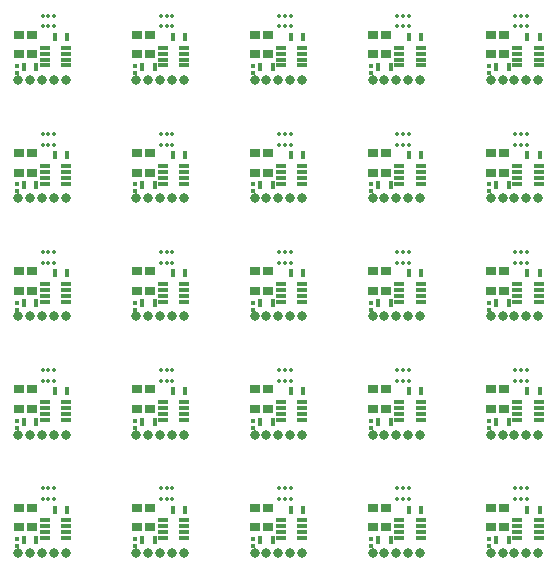
<source format=gbs>
G75*
%MOIN*%
%OFA0B0*%
%FSLAX25Y25*%
%IPPOS*%
%LPD*%
%AMOC8*
5,1,8,0,0,1.08239X$1,22.5*
%
%ADD10C,0.01381*%
%ADD11R,0.01775X0.01381*%
%ADD12R,0.01775X0.02562*%
%ADD13C,0.03153*%
%ADD14R,0.03350X0.01381*%
%ADD15R,0.03743X0.02956*%
D10*
X0058087Y0058677D03*
X0060055Y0058677D03*
X0062024Y0058677D03*
X0062024Y0062220D03*
X0060055Y0062220D03*
X0058087Y0062220D03*
X0058087Y0098047D03*
X0060055Y0098047D03*
X0062024Y0098047D03*
X0062024Y0101591D03*
X0060055Y0101591D03*
X0058087Y0101591D03*
X0058087Y0137417D03*
X0060055Y0137417D03*
X0062024Y0137417D03*
X0062024Y0140961D03*
X0060055Y0140961D03*
X0058087Y0140961D03*
X0058087Y0176787D03*
X0060055Y0176787D03*
X0062024Y0176787D03*
X0062024Y0180331D03*
X0060055Y0180331D03*
X0058087Y0180331D03*
X0058087Y0216157D03*
X0060055Y0216157D03*
X0062024Y0216157D03*
X0062024Y0219701D03*
X0060055Y0219701D03*
X0058087Y0219701D03*
X0097457Y0219701D03*
X0099425Y0219701D03*
X0101394Y0219701D03*
X0101394Y0216157D03*
X0099425Y0216157D03*
X0097457Y0216157D03*
X0097457Y0180331D03*
X0099425Y0180331D03*
X0101394Y0180331D03*
X0101394Y0176787D03*
X0099425Y0176787D03*
X0097457Y0176787D03*
X0097457Y0140961D03*
X0099425Y0140961D03*
X0101394Y0140961D03*
X0101394Y0137417D03*
X0099425Y0137417D03*
X0097457Y0137417D03*
X0097457Y0101591D03*
X0099425Y0101591D03*
X0101394Y0101591D03*
X0101394Y0098047D03*
X0099425Y0098047D03*
X0097457Y0098047D03*
X0097457Y0062220D03*
X0099425Y0062220D03*
X0101394Y0062220D03*
X0101394Y0058677D03*
X0099425Y0058677D03*
X0097457Y0058677D03*
X0136827Y0058677D03*
X0138795Y0058677D03*
X0140764Y0058677D03*
X0140764Y0062220D03*
X0138795Y0062220D03*
X0136827Y0062220D03*
X0136827Y0098047D03*
X0138795Y0098047D03*
X0140764Y0098047D03*
X0140764Y0101591D03*
X0138795Y0101591D03*
X0136827Y0101591D03*
X0136827Y0137417D03*
X0138795Y0137417D03*
X0140764Y0137417D03*
X0140764Y0140961D03*
X0138795Y0140961D03*
X0136827Y0140961D03*
X0136827Y0176787D03*
X0138795Y0176787D03*
X0140764Y0176787D03*
X0140764Y0180331D03*
X0138795Y0180331D03*
X0136827Y0180331D03*
X0136827Y0216157D03*
X0138795Y0216157D03*
X0140764Y0216157D03*
X0140764Y0219701D03*
X0138795Y0219701D03*
X0136827Y0219701D03*
X0176197Y0219701D03*
X0178165Y0219701D03*
X0180134Y0219701D03*
X0180134Y0216157D03*
X0178165Y0216157D03*
X0176197Y0216157D03*
X0176197Y0180331D03*
X0178165Y0180331D03*
X0180134Y0180331D03*
X0180134Y0176787D03*
X0178165Y0176787D03*
X0176197Y0176787D03*
X0176197Y0140961D03*
X0178165Y0140961D03*
X0180134Y0140961D03*
X0180134Y0137417D03*
X0178165Y0137417D03*
X0176197Y0137417D03*
X0176197Y0101591D03*
X0178165Y0101591D03*
X0180134Y0101591D03*
X0180134Y0098047D03*
X0178165Y0098047D03*
X0176197Y0098047D03*
X0176197Y0062220D03*
X0178165Y0062220D03*
X0180134Y0062220D03*
X0180134Y0058677D03*
X0178165Y0058677D03*
X0176197Y0058677D03*
X0215567Y0058677D03*
X0217535Y0058677D03*
X0219504Y0058677D03*
X0219504Y0062220D03*
X0217535Y0062220D03*
X0215567Y0062220D03*
X0215567Y0098047D03*
X0217535Y0098047D03*
X0219504Y0098047D03*
X0219504Y0101591D03*
X0217535Y0101591D03*
X0215567Y0101591D03*
X0215567Y0137417D03*
X0217535Y0137417D03*
X0219504Y0137417D03*
X0219504Y0140961D03*
X0217535Y0140961D03*
X0215567Y0140961D03*
X0215567Y0176787D03*
X0217535Y0176787D03*
X0219504Y0176787D03*
X0219504Y0180331D03*
X0217535Y0180331D03*
X0215567Y0180331D03*
X0215567Y0216157D03*
X0217535Y0216157D03*
X0219504Y0216157D03*
X0219504Y0219701D03*
X0217535Y0219701D03*
X0215567Y0219701D03*
D11*
X0206945Y0202890D03*
X0206945Y0200528D03*
X0206945Y0163520D03*
X0206945Y0161157D03*
X0167575Y0161157D03*
X0167575Y0163520D03*
X0167575Y0200528D03*
X0167575Y0202890D03*
X0128205Y0202890D03*
X0128205Y0200528D03*
X0128205Y0163520D03*
X0128205Y0161157D03*
X0088835Y0161157D03*
X0088835Y0163520D03*
X0088835Y0200528D03*
X0088835Y0202890D03*
X0049465Y0202890D03*
X0049465Y0200528D03*
X0049465Y0163520D03*
X0049465Y0161157D03*
X0049465Y0124150D03*
X0049465Y0121787D03*
X0049465Y0084780D03*
X0049465Y0082417D03*
X0088835Y0082417D03*
X0088835Y0084780D03*
X0088835Y0121787D03*
X0088835Y0124150D03*
X0128205Y0124150D03*
X0128205Y0121787D03*
X0128205Y0084780D03*
X0128205Y0082417D03*
X0128205Y0045409D03*
X0128205Y0043047D03*
X0088835Y0043047D03*
X0088835Y0045409D03*
X0049465Y0045409D03*
X0049465Y0043047D03*
X0167575Y0043047D03*
X0167575Y0045409D03*
X0206945Y0045409D03*
X0206945Y0043047D03*
X0206945Y0082417D03*
X0206945Y0084780D03*
X0206945Y0121787D03*
X0206945Y0124150D03*
X0167575Y0124150D03*
X0167575Y0121787D03*
X0167575Y0084780D03*
X0167575Y0082417D03*
D12*
X0169963Y0084465D03*
X0174163Y0084465D03*
X0180199Y0094504D03*
X0184399Y0094504D03*
X0209333Y0084465D03*
X0213533Y0084465D03*
X0219569Y0094504D03*
X0223769Y0094504D03*
X0213533Y0123835D03*
X0209333Y0123835D03*
X0219569Y0133874D03*
X0223769Y0133874D03*
X0213533Y0163205D03*
X0209333Y0163205D03*
X0219569Y0173244D03*
X0223769Y0173244D03*
X0213533Y0202575D03*
X0209333Y0202575D03*
X0219569Y0212614D03*
X0223769Y0212614D03*
X0184399Y0212614D03*
X0180199Y0212614D03*
X0174163Y0202575D03*
X0169963Y0202575D03*
X0145029Y0212614D03*
X0140829Y0212614D03*
X0134793Y0202575D03*
X0130593Y0202575D03*
X0105659Y0212614D03*
X0101459Y0212614D03*
X0095423Y0202575D03*
X0091223Y0202575D03*
X0066289Y0212614D03*
X0062089Y0212614D03*
X0056053Y0202575D03*
X0051853Y0202575D03*
X0062089Y0173244D03*
X0066289Y0173244D03*
X0056053Y0163205D03*
X0051853Y0163205D03*
X0062089Y0133874D03*
X0066289Y0133874D03*
X0056053Y0123835D03*
X0051853Y0123835D03*
X0062089Y0094504D03*
X0066289Y0094504D03*
X0056053Y0084465D03*
X0051853Y0084465D03*
X0062089Y0055134D03*
X0066289Y0055134D03*
X0056053Y0045094D03*
X0051853Y0045094D03*
X0091223Y0045094D03*
X0095423Y0045094D03*
X0101459Y0055134D03*
X0105659Y0055134D03*
X0130593Y0045094D03*
X0134793Y0045094D03*
X0140829Y0055134D03*
X0145029Y0055134D03*
X0169963Y0045094D03*
X0174163Y0045094D03*
X0180199Y0055134D03*
X0184399Y0055134D03*
X0209333Y0045094D03*
X0213533Y0045094D03*
X0219569Y0055134D03*
X0223769Y0055134D03*
X0174163Y0123835D03*
X0169963Y0123835D03*
X0180199Y0133874D03*
X0184399Y0133874D03*
X0174163Y0163205D03*
X0169963Y0163205D03*
X0180199Y0173244D03*
X0184399Y0173244D03*
X0145029Y0173244D03*
X0140829Y0173244D03*
X0134793Y0163205D03*
X0130593Y0163205D03*
X0105659Y0173244D03*
X0101459Y0173244D03*
X0095423Y0163205D03*
X0091223Y0163205D03*
X0101459Y0133874D03*
X0105659Y0133874D03*
X0095423Y0123835D03*
X0091223Y0123835D03*
X0101459Y0094504D03*
X0105659Y0094504D03*
X0095423Y0084465D03*
X0091223Y0084465D03*
X0130593Y0084465D03*
X0134793Y0084465D03*
X0140829Y0094504D03*
X0145029Y0094504D03*
X0134793Y0123835D03*
X0130593Y0123835D03*
X0140829Y0133874D03*
X0145029Y0133874D03*
D13*
X0050016Y0040764D03*
X0053953Y0040764D03*
X0057890Y0040764D03*
X0061827Y0040764D03*
X0065764Y0040764D03*
X0089386Y0040764D03*
X0093323Y0040764D03*
X0097260Y0040764D03*
X0101197Y0040764D03*
X0105134Y0040764D03*
X0128756Y0040764D03*
X0132693Y0040764D03*
X0136630Y0040764D03*
X0140567Y0040764D03*
X0144504Y0040764D03*
X0168126Y0040764D03*
X0172063Y0040764D03*
X0176000Y0040764D03*
X0179937Y0040764D03*
X0183874Y0040764D03*
X0207496Y0040764D03*
X0211433Y0040764D03*
X0215370Y0040764D03*
X0219307Y0040764D03*
X0223244Y0040764D03*
X0223244Y0080134D03*
X0219307Y0080134D03*
X0215370Y0080134D03*
X0211433Y0080134D03*
X0207496Y0080134D03*
X0183874Y0080134D03*
X0179937Y0080134D03*
X0176000Y0080134D03*
X0172063Y0080134D03*
X0168126Y0080134D03*
X0144504Y0080134D03*
X0140567Y0080134D03*
X0136630Y0080134D03*
X0132693Y0080134D03*
X0128756Y0080134D03*
X0105134Y0080134D03*
X0101197Y0080134D03*
X0097260Y0080134D03*
X0093323Y0080134D03*
X0089386Y0080134D03*
X0065764Y0080134D03*
X0061827Y0080134D03*
X0057890Y0080134D03*
X0053953Y0080134D03*
X0050016Y0080134D03*
X0050016Y0119504D03*
X0053953Y0119504D03*
X0057890Y0119504D03*
X0061827Y0119504D03*
X0065764Y0119504D03*
X0089386Y0119504D03*
X0093323Y0119504D03*
X0097260Y0119504D03*
X0101197Y0119504D03*
X0105134Y0119504D03*
X0128756Y0119504D03*
X0132693Y0119504D03*
X0136630Y0119504D03*
X0140567Y0119504D03*
X0144504Y0119504D03*
X0168126Y0119504D03*
X0172063Y0119504D03*
X0176000Y0119504D03*
X0179937Y0119504D03*
X0183874Y0119504D03*
X0207496Y0119504D03*
X0211433Y0119504D03*
X0215370Y0119504D03*
X0219307Y0119504D03*
X0223244Y0119504D03*
X0223244Y0158874D03*
X0219307Y0158874D03*
X0215370Y0158874D03*
X0211433Y0158874D03*
X0207496Y0158874D03*
X0183874Y0158874D03*
X0179937Y0158874D03*
X0176000Y0158874D03*
X0172063Y0158874D03*
X0168126Y0158874D03*
X0144504Y0158874D03*
X0140567Y0158874D03*
X0136630Y0158874D03*
X0132693Y0158874D03*
X0128756Y0158874D03*
X0105134Y0158874D03*
X0101197Y0158874D03*
X0097260Y0158874D03*
X0093323Y0158874D03*
X0089386Y0158874D03*
X0065764Y0158874D03*
X0061827Y0158874D03*
X0057890Y0158874D03*
X0053953Y0158874D03*
X0050016Y0158874D03*
X0050016Y0198244D03*
X0053953Y0198244D03*
X0057890Y0198244D03*
X0061827Y0198244D03*
X0065764Y0198244D03*
X0089386Y0198244D03*
X0093323Y0198244D03*
X0097260Y0198244D03*
X0101197Y0198244D03*
X0105134Y0198244D03*
X0128756Y0198244D03*
X0132693Y0198244D03*
X0136630Y0198244D03*
X0140567Y0198244D03*
X0144504Y0198244D03*
X0168126Y0198244D03*
X0172063Y0198244D03*
X0176000Y0198244D03*
X0179937Y0198244D03*
X0183874Y0198244D03*
X0207496Y0198244D03*
X0211433Y0198244D03*
X0215370Y0198244D03*
X0219307Y0198244D03*
X0223244Y0198244D03*
D14*
X0223480Y0203165D03*
X0223480Y0205134D03*
X0223480Y0207102D03*
X0223480Y0209071D03*
X0216315Y0209071D03*
X0216315Y0207102D03*
X0216315Y0205134D03*
X0216315Y0203165D03*
X0184110Y0203165D03*
X0184110Y0205134D03*
X0184110Y0207102D03*
X0184110Y0209071D03*
X0176945Y0209071D03*
X0176945Y0207102D03*
X0176945Y0205134D03*
X0176945Y0203165D03*
X0144740Y0203165D03*
X0144740Y0205134D03*
X0144740Y0207102D03*
X0144740Y0209071D03*
X0137575Y0209071D03*
X0137575Y0207102D03*
X0137575Y0205134D03*
X0137575Y0203165D03*
X0105370Y0203165D03*
X0105370Y0205134D03*
X0105370Y0207102D03*
X0105370Y0209071D03*
X0098205Y0209071D03*
X0098205Y0207102D03*
X0098205Y0205134D03*
X0098205Y0203165D03*
X0066000Y0203165D03*
X0066000Y0205134D03*
X0066000Y0207102D03*
X0066000Y0209071D03*
X0058835Y0209071D03*
X0058835Y0207102D03*
X0058835Y0205134D03*
X0058835Y0203165D03*
X0058835Y0169701D03*
X0058835Y0167732D03*
X0058835Y0165764D03*
X0058835Y0163795D03*
X0066000Y0163795D03*
X0066000Y0165764D03*
X0066000Y0167732D03*
X0066000Y0169701D03*
X0098205Y0169701D03*
X0098205Y0167732D03*
X0098205Y0165764D03*
X0098205Y0163795D03*
X0105370Y0163795D03*
X0105370Y0165764D03*
X0105370Y0167732D03*
X0105370Y0169701D03*
X0137575Y0169701D03*
X0137575Y0167732D03*
X0137575Y0165764D03*
X0137575Y0163795D03*
X0144740Y0163795D03*
X0144740Y0165764D03*
X0144740Y0167732D03*
X0144740Y0169701D03*
X0176945Y0169701D03*
X0176945Y0167732D03*
X0176945Y0165764D03*
X0176945Y0163795D03*
X0184110Y0163795D03*
X0184110Y0165764D03*
X0184110Y0167732D03*
X0184110Y0169701D03*
X0216315Y0169701D03*
X0216315Y0167732D03*
X0216315Y0165764D03*
X0216315Y0163795D03*
X0223480Y0163795D03*
X0223480Y0165764D03*
X0223480Y0167732D03*
X0223480Y0169701D03*
X0223480Y0130331D03*
X0223480Y0128362D03*
X0223480Y0126394D03*
X0223480Y0124425D03*
X0216315Y0124425D03*
X0216315Y0126394D03*
X0216315Y0128362D03*
X0216315Y0130331D03*
X0184110Y0130331D03*
X0184110Y0128362D03*
X0184110Y0126394D03*
X0184110Y0124425D03*
X0176945Y0124425D03*
X0176945Y0126394D03*
X0176945Y0128362D03*
X0176945Y0130331D03*
X0144740Y0130331D03*
X0144740Y0128362D03*
X0144740Y0126394D03*
X0144740Y0124425D03*
X0137575Y0124425D03*
X0137575Y0126394D03*
X0137575Y0128362D03*
X0137575Y0130331D03*
X0105370Y0130331D03*
X0105370Y0128362D03*
X0105370Y0126394D03*
X0105370Y0124425D03*
X0098205Y0124425D03*
X0098205Y0126394D03*
X0098205Y0128362D03*
X0098205Y0130331D03*
X0066000Y0130331D03*
X0066000Y0128362D03*
X0066000Y0126394D03*
X0066000Y0124425D03*
X0058835Y0124425D03*
X0058835Y0126394D03*
X0058835Y0128362D03*
X0058835Y0130331D03*
X0058835Y0090961D03*
X0058835Y0088992D03*
X0058835Y0087024D03*
X0058835Y0085055D03*
X0066000Y0085055D03*
X0066000Y0087024D03*
X0066000Y0088992D03*
X0066000Y0090961D03*
X0098205Y0090961D03*
X0098205Y0088992D03*
X0098205Y0087024D03*
X0098205Y0085055D03*
X0105370Y0085055D03*
X0105370Y0087024D03*
X0105370Y0088992D03*
X0105370Y0090961D03*
X0137575Y0090961D03*
X0137575Y0088992D03*
X0137575Y0087024D03*
X0137575Y0085055D03*
X0144740Y0085055D03*
X0144740Y0087024D03*
X0144740Y0088992D03*
X0144740Y0090961D03*
X0176945Y0090961D03*
X0176945Y0088992D03*
X0176945Y0087024D03*
X0176945Y0085055D03*
X0184110Y0085055D03*
X0184110Y0087024D03*
X0184110Y0088992D03*
X0184110Y0090961D03*
X0216315Y0090961D03*
X0216315Y0088992D03*
X0216315Y0087024D03*
X0216315Y0085055D03*
X0223480Y0085055D03*
X0223480Y0087024D03*
X0223480Y0088992D03*
X0223480Y0090961D03*
X0223480Y0051591D03*
X0223480Y0049622D03*
X0223480Y0047654D03*
X0223480Y0045685D03*
X0216315Y0045685D03*
X0216315Y0047654D03*
X0216315Y0049622D03*
X0216315Y0051591D03*
X0184110Y0051591D03*
X0184110Y0049622D03*
X0184110Y0047654D03*
X0184110Y0045685D03*
X0176945Y0045685D03*
X0176945Y0047654D03*
X0176945Y0049622D03*
X0176945Y0051591D03*
X0144740Y0051591D03*
X0144740Y0049622D03*
X0144740Y0047654D03*
X0144740Y0045685D03*
X0137575Y0045685D03*
X0137575Y0047654D03*
X0137575Y0049622D03*
X0137575Y0051591D03*
X0105370Y0051591D03*
X0105370Y0049622D03*
X0105370Y0047654D03*
X0105370Y0045685D03*
X0098205Y0045685D03*
X0098205Y0047654D03*
X0098205Y0049622D03*
X0098205Y0051591D03*
X0066000Y0051591D03*
X0066000Y0049622D03*
X0066000Y0047654D03*
X0066000Y0045685D03*
X0058835Y0045685D03*
X0058835Y0047654D03*
X0058835Y0049622D03*
X0058835Y0051591D03*
D15*
X0054543Y0049346D03*
X0050213Y0049346D03*
X0050213Y0055803D03*
X0054543Y0055803D03*
X0054543Y0088717D03*
X0050213Y0088717D03*
X0050213Y0095173D03*
X0054543Y0095173D03*
X0054543Y0128087D03*
X0050213Y0128087D03*
X0050213Y0134543D03*
X0054543Y0134543D03*
X0054543Y0167457D03*
X0050213Y0167457D03*
X0050213Y0173913D03*
X0054543Y0173913D03*
X0054543Y0206827D03*
X0050213Y0206827D03*
X0050213Y0213283D03*
X0054543Y0213283D03*
X0089583Y0213283D03*
X0093913Y0213283D03*
X0093913Y0206827D03*
X0089583Y0206827D03*
X0089583Y0173913D03*
X0093913Y0173913D03*
X0093913Y0167457D03*
X0089583Y0167457D03*
X0089583Y0134543D03*
X0093913Y0134543D03*
X0093913Y0128087D03*
X0089583Y0128087D03*
X0089583Y0095173D03*
X0093913Y0095173D03*
X0093913Y0088717D03*
X0089583Y0088717D03*
X0089583Y0055803D03*
X0093913Y0055803D03*
X0093913Y0049346D03*
X0089583Y0049346D03*
X0128953Y0049346D03*
X0133283Y0049346D03*
X0133283Y0055803D03*
X0128953Y0055803D03*
X0128953Y0088717D03*
X0133283Y0088717D03*
X0133283Y0095173D03*
X0128953Y0095173D03*
X0128953Y0128087D03*
X0133283Y0128087D03*
X0133283Y0134543D03*
X0128953Y0134543D03*
X0128953Y0167457D03*
X0133283Y0167457D03*
X0133283Y0173913D03*
X0128953Y0173913D03*
X0128953Y0206827D03*
X0133283Y0206827D03*
X0133283Y0213283D03*
X0128953Y0213283D03*
X0168323Y0213283D03*
X0172654Y0213283D03*
X0172654Y0206827D03*
X0168323Y0206827D03*
X0168323Y0173913D03*
X0172654Y0173913D03*
X0172654Y0167457D03*
X0168323Y0167457D03*
X0168323Y0134543D03*
X0172654Y0134543D03*
X0172654Y0128087D03*
X0168323Y0128087D03*
X0168323Y0095173D03*
X0172654Y0095173D03*
X0172654Y0088717D03*
X0168323Y0088717D03*
X0168323Y0055803D03*
X0172654Y0055803D03*
X0172654Y0049346D03*
X0168323Y0049346D03*
X0207693Y0049346D03*
X0212024Y0049346D03*
X0212024Y0055803D03*
X0207693Y0055803D03*
X0207693Y0088717D03*
X0212024Y0088717D03*
X0212024Y0095173D03*
X0207693Y0095173D03*
X0207693Y0128087D03*
X0212024Y0128087D03*
X0212024Y0134543D03*
X0207693Y0134543D03*
X0207693Y0167457D03*
X0212024Y0167457D03*
X0212024Y0173913D03*
X0207693Y0173913D03*
X0207693Y0206827D03*
X0212024Y0206827D03*
X0212024Y0213283D03*
X0207693Y0213283D03*
M02*

</source>
